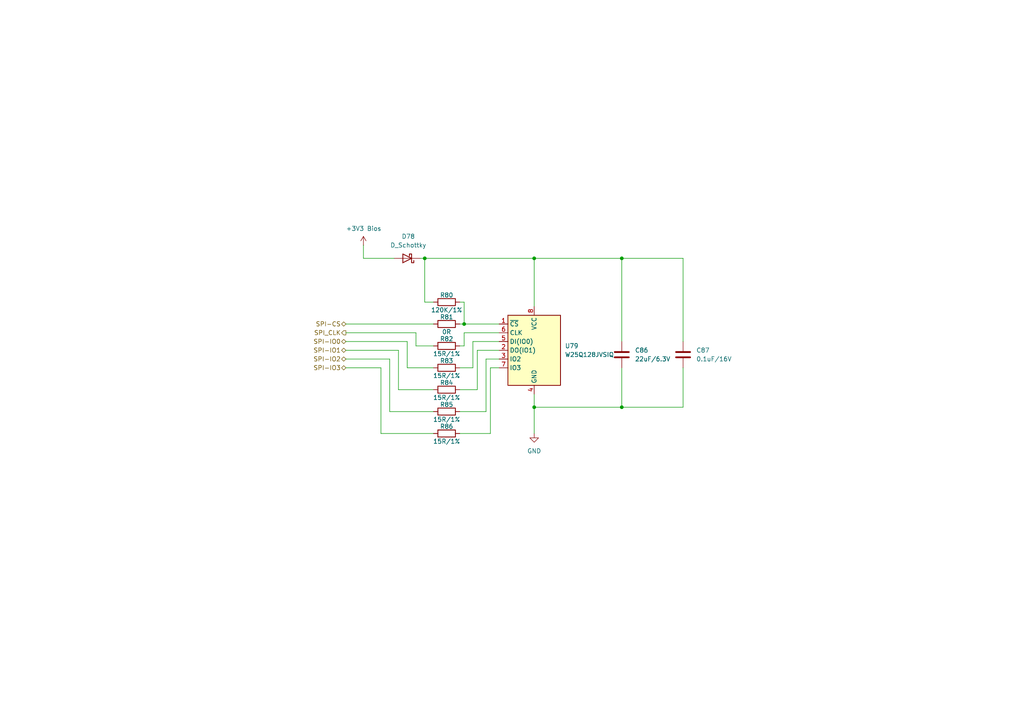
<source format=kicad_sch>
(kicad_sch (version 20231120) (generator "eeschema") (generator_version "8.0")
  (paper "A4")
  (title_block (title "nvme Carrier for LattePanda Mu") (date "2024-07-13") (rev "V1.0"))
  (lib_symbols
    (symbol "Device:C" (pin_numbers hide) (pin_names (offset 0.254))
      (property "Reference" "C" (at 0.635 2.54 0))
      (property "Value" "C" (at 0.635 -2.54 0))
      (symbol "C_0_1"
        (polyline (pts (xy -2.032 -0.762) (xy 2.032 -0.762)) (stroke (width 0.508)))
        (polyline (pts (xy -2.032 0.762) (xy 2.032 0.762)) (stroke (width 0.508)))
      )
      (symbol "C_1_1"
        (pin passive line (at 0 3.81 270) (length 2.794) (name "~") (number "1"))
        (pin passive line (at 0 -3.81 90) (length 2.794) (name "~") (number "2"))
      )
    )
    (symbol "Device:D_Schottky" (pin_numbers hide) (pin_names (offset 1.016) hide)
      (property "Reference" "D" (at 0 2.54 0))
      (property "Value" "D_Schottky" (at 0 -2.54 0))
      (symbol "D_Schottky_0_1"
        (polyline (pts (xy 1.27 0) (xy -1.27 0)))
        (polyline (pts (xy 1.27 1.27) (xy 1.27 -1.27) (xy -1.27 0) (xy 1.27 1.27)) (stroke (width 0.254)))
        (polyline (pts (xy -1.905 0.635) (xy -1.905 1.27) (xy -1.27 1.27) (xy -1.27 -1.27) (xy -0.635 -1.27) (xy -0.635 -0.635)) (stroke (width 0.254)))
      )
      (symbol "D_Schottky_1_1"
        (pin passive line (at -3.81 0 0) (length 2.54) (name "K") (number "1"))
        (pin passive line (at 3.81 0 180) (length 2.54) (name "A") (number "2"))
      )
    )
    (symbol "Device:R" (pin_numbers hide) (pin_names (offset 0))
      (property "Reference" "R" (at 2.032 0 90))
      (property "Value" "R" (at 0 0 90))
      (symbol "R_0_1"
        (rectangle (start -1.016 -2.54) (end 1.016 2.54) (stroke (width 0.254)))
      )
      (symbol "R_1_1"
        (pin passive line (at 0 3.81 270) (length 1.27) (name "~") (number "1"))
        (pin passive line (at 0 -3.81 90) (length 1.27) (name "~") (number "2"))
      )
    )
    (symbol "Memory_Flash:W25Q128JVS"
      (property "Reference" "U" (at -8.89 8.89 0))
      (property "Value" "W25Q128JVS" (at 7.62 8.89 0))
      (symbol "W25Q128JVS_0_1"
        (rectangle (start -7.62 10.16) (end 7.62 -10.16) (stroke (width 0.254)) (fill (type background)))
      )
      (symbol "W25Q128JVS_1_1"
        (pin input line (at -10.16 7.62 0) (length 2.54) (name "~{CS}") (number "1"))
        (pin bidirectional line (at -10.16 0 0) (length 2.54) (name "DO(IO1)") (number "2"))
        (pin bidirectional line (at -10.16 -2.54 0) (length 2.54) (name "IO2") (number "3"))
        (pin power_in line (at 0 -12.7 90) (length 2.54) (name "GND") (number "4"))
        (pin bidirectional line (at -10.16 2.54 0) (length 2.54) (name "DI(IO0)") (number "5"))
        (pin input line (at -10.16 5.08 0) (length 2.54) (name "CLK") (number "6"))
        (pin bidirectional line (at -10.16 -5.08 0) (length 2.54) (name "IO3") (number "7"))
        (pin power_in line (at 0 12.7 270) (length 2.54) (name "VCC") (number "8"))
      )
    )
    (symbol "power:+3V3" (power) (pin_numbers hide) (pin_names (offset 0) hide)
      (property "Value" "+3V3" (at 0 3.556 0))
      (symbol "+3V3_0_1"
        (polyline (pts (xy -0.762 1.27) (xy 0 2.54)))
        (polyline (pts (xy 0 0) (xy 0 2.54)))
        (polyline (pts (xy 0 2.54) (xy 0.762 1.27)))
      )
      (symbol "+3V3_1_1"
        (pin power_in line (at 0 0 90) (length 0) (name "~") (number "1"))
      )
    )
    (symbol "power:GND" (power) (pin_numbers hide) (pin_names (offset 0) hide)
      (property "Value" "GND" (at 0 -3.81 0))
      (symbol "GND_0_1"
        (polyline (pts (xy 0 0) (xy 0 -1.27) (xy 1.27 -1.27) (xy 0 -2.54) (xy -1.27 -1.27) (xy 0 -1.27)))
      )
      (symbol "GND_1_1"
        (pin power_in line (at 0 0 270) (length 0) (name "~") (number "1"))
      )
    )
  )
  (junction (at 180.34 74.93))
  (junction (at 154.94 118.11))
  (junction (at 154.94 74.93))
  (junction (at 180.34 118.11))
  (junction (at 134.62 93.98))
  (junction (at 123.19 74.93))
  (wire (pts (xy 100.33 93.98) (xy 125.73 93.98)))
  (wire (pts (xy 180.34 106.68) (xy 180.34 118.11)))
  (wire (pts (xy 105.41 71.12) (xy 105.41 74.93)))
  (wire (pts (xy 115.57 113.03) (xy 125.73 113.03)))
  (wire (pts (xy 118.11 106.68) (xy 125.73 106.68)))
  (wire (pts (xy 180.34 118.11) (xy 198.12 118.11)))
  (wire (pts (xy 121.92 74.93) (xy 123.19 74.93)))
  (wire (pts (xy 137.16 99.06) (xy 144.78 99.06)))
  (wire (pts (xy 115.57 113.03) (xy 115.57 101.6)))
  (wire (pts (xy 118.11 99.06) (xy 100.33 99.06)))
  (wire (pts (xy 110.49 125.73) (xy 125.73 125.73)))
  (wire (pts (xy 133.35 106.68) (xy 137.16 106.68)))
  (wire (pts (xy 137.16 106.68) (xy 137.16 99.06)))
  (wire (pts (xy 133.35 125.73) (xy 142.24 125.73)))
  (wire (pts (xy 133.35 100.33) (xy 134.62 100.33)))
  (wire (pts (xy 105.41 74.93) (xy 114.3 74.93)))
  (wire (pts (xy 113.03 119.38) (xy 125.73 119.38)))
  (wire (pts (xy 134.62 87.63) (xy 134.62 93.98)))
  (wire (pts (xy 133.35 119.38) (xy 140.97 119.38)))
  (wire (pts (xy 198.12 106.68) (xy 198.12 118.11)))
  (wire (pts (xy 154.94 74.93) (xy 154.94 88.9)))
  (wire (pts (xy 133.35 93.98) (xy 134.62 93.98)))
  (wire (pts (xy 140.97 104.14) (xy 144.78 104.14)))
  (wire (pts (xy 134.62 100.33) (xy 134.62 96.52)))
  (wire (pts (xy 123.19 74.93) (xy 154.94 74.93)))
  (wire (pts (xy 113.03 119.38) (xy 113.03 104.14)))
  (wire (pts (xy 133.35 113.03) (xy 138.43 113.03)))
  (wire (pts (xy 140.97 119.38) (xy 140.97 104.14)))
  (wire (pts (xy 154.94 118.11) (xy 180.34 118.11)))
  (wire (pts (xy 154.94 118.11) (xy 154.94 125.73)))
  (wire (pts (xy 115.57 101.6) (xy 100.33 101.6)))
  (wire (pts (xy 110.49 106.68) (xy 110.49 125.73)))
  (wire (pts (xy 110.49 106.68) (xy 100.33 106.68)))
  (wire (pts (xy 120.65 100.33) (xy 120.65 96.52)))
  (wire (pts (xy 134.62 93.98) (xy 144.78 93.98)))
  (wire (pts (xy 180.34 74.93) (xy 154.94 74.93)))
  (wire (pts (xy 120.65 96.52) (xy 100.33 96.52)))
  (wire (pts (xy 123.19 74.93) (xy 123.19 87.63)))
  (wire (pts (xy 142.24 106.68) (xy 144.78 106.68)))
  (wire (pts (xy 133.35 87.63) (xy 134.62 87.63)))
  (wire (pts (xy 180.34 99.06) (xy 180.34 74.93)))
  (wire (pts (xy 154.94 114.3) (xy 154.94 118.11)))
  (wire (pts (xy 138.43 101.6) (xy 144.78 101.6)))
  (wire (pts (xy 138.43 113.03) (xy 138.43 101.6)))
  (wire (pts (xy 123.19 87.63) (xy 125.73 87.63)))
  (wire (pts (xy 120.65 100.33) (xy 125.73 100.33)))
  (wire (pts (xy 113.03 104.14) (xy 100.33 104.14)))
  (wire (pts (xy 134.62 96.52) (xy 144.78 96.52)))
  (wire (pts (xy 142.24 125.73) (xy 142.24 106.68)))
  (wire (pts (xy 118.11 106.68) (xy 118.11 99.06)))
  (wire (pts (xy 180.34 74.93) (xy 198.12 74.93)))
  (wire (pts (xy 198.12 99.06) (xy 198.12 74.93)))
  (hierarchical_label "SPI-CS" (shape bidirectional) (at 100.33 93.98 180))
  (hierarchical_label "SPI_CLK" (shape output) (at 100.33 96.52 180))
  (hierarchical_label "SPI-IO1" (shape bidirectional) (at 100.33 101.6 180))
  (hierarchical_label "SPI-IO0" (shape bidirectional) (at 100.33 99.06 180))
  (hierarchical_label "SPI-IO3" (shape bidirectional) (at 100.33 106.68 180))
  (hierarchical_label "SPI-IO2" (shape bidirectional) (at 100.33 104.14 180))
  (symbol (lib_id "Device:R") (at 129.54 93.98 90) (unit 1)
    (property "Reference" "R81" (at 129.54 91.948 90))
    (property "Value" "0R" (at 129.54 96.266 90))
    (property "Footprint" "A_HDJ_Library:R_0402_1005Metric" (effects (hide yes)))
    (property "Datasheet" "https://wmsc.lcsc.com/wmsc/upload/file/pdf/v2/lcsc/2304140030_TyoHM-RMC-0402-0R-N_C325377.pdf" (effects (hide yes)))
    (property "Description" "Resistor" (effects (hide yes)))
    (property "Part#" "C325377" (effects (hide yes)))
    (property "MPN" "RMC 0402 0R N" (effects (hide yes)))
    (property "Package" "0402" (effects (hide yes)))
    (property "LCSC Part #" "C325377" (effects (hide yes)))
  )
  (symbol (lib_id "Device:R") (at 129.54 106.68 90) (unit 1)
    (property "Reference" "R83" (at 129.54 104.648 90))
    (property "Value" "15R/1%" (at 129.54 108.966 90))
    (property "Footprint" "A_HDJ_Library:R_0402_1005Metric" (effects (hide yes)))
    (property "Datasheet" "https://wmsc.lcsc.com/wmsc/upload/file/pdf/v2/lcsc/2304140030_YAGEO-RC0402FR-0715RL_C138052.pdf" (effects (hide yes)))
    (property "Description" "Resistor" (effects (hide yes)))
    (property "Part#" "C138052" (effects (hide yes)))
    (property "MPN" "RC0402FR-0715RL" (effects (hide yes)))
    (property "Package" "0402" (effects (hide yes)))
    (property "LCSC Part #" "C138052" (effects (hide yes)))
  )
  (symbol (lib_id "Device:R") (at 129.54 113.03 90) (unit 1)
    (property "Reference" "R84" (at 129.54 110.998 90))
    (property "Value" "15R/1%" (at 129.54 115.316 90))
    (property "Footprint" "A_HDJ_Library:R_0402_1005Metric" (effects (hide yes)))
    (property "Datasheet" "https://wmsc.lcsc.com/wmsc/upload/file/pdf/v2/lcsc/2304140030_YAGEO-RC0402FR-0715RL_C138052.pdf" (effects (hide yes)))
    (property "Description" "Resistor" (effects (hide yes)))
    (property "Part#" "C138052" (effects (hide yes)))
    (property "MPN" "RC0402FR-0715RL" (effects (hide yes)))
    (property "Package" "0402" (effects (hide yes)))
    (property "LCSC Part #" "C138052" (effects (hide yes)))
  )
  (symbol (lib_id "power:+3V3") (at 105.41 71.12 0) (unit 1)
    (property "Reference" "#PWR086" (effects (hide yes)))
    (property "Value" "+3V3 Bios" (at 100.33 66.294 0) (effects (justify left)))
  )
  (symbol (lib_id "power:GND") (at 154.94 125.73 0) (unit 1)
    (property "Reference" "#PWR093" (effects (hide yes)))
    (property "Value" "GND" (at 154.94 130.81 0))
    (property "Description" "Power symbol creates a global label with name \"GND\" , ground" (effects (hide yes)))
  )
  (symbol (lib_id "Device:R") (at 129.54 100.33 90) (unit 1)
    (property "Reference" "R82" (at 129.54 98.298 90))
    (property "Value" "15R/1%" (at 129.54 102.616 90))
    (property "Footprint" "A_HDJ_Library:R_0402_1005Metric" (effects (hide yes)))
    (property "Datasheet" "https://wmsc.lcsc.com/wmsc/upload/file/pdf/v2/lcsc/2304140030_YAGEO-RC0402FR-0715RL_C138052.pdf" (effects (hide yes)))
    (property "Description" "Resistor" (effects (hide yes)))
    (property "Part#" "C138052" (effects (hide yes)))
    (property "MPN" "RC0402FR-0715RL" (effects (hide yes)))
    (property "Package" "0402" (effects (hide yes)))
    (property "LCSC Part #" "C138052" (effects (hide yes)))
  )
  (symbol (lib_id "Device:R") (at 129.54 119.38 90) (unit 1)
    (property "Reference" "R85" (at 129.54 117.348 90))
    (property "Value" "15R/1%" (at 129.54 121.666 90))
    (property "Footprint" "A_HDJ_Library:R_0402_1005Metric" (effects (hide yes)))
    (property "Datasheet" "https://wmsc.lcsc.com/wmsc/upload/file/pdf/v2/lcsc/2304140030_YAGEO-RC0402FR-0715RL_C138052.pdf" (effects (hide yes)))
    (property "Description" "Resistor" (effects (hide yes)))
    (property "Part#" "C138052" (effects (hide yes)))
    (property "MPN" "RC0402FR-0715RL" (effects (hide yes)))
    (property "Package" "0402" (effects (hide yes)))
    (property "LCSC Part #" "C138052" (effects (hide yes)))
  )
  (symbol (lib_id "Device:D_Schottky") (at 118.11 74.93 180) (unit 1)
    (property "Reference" "D78" (at 118.4275 68.58 0))
    (property "Value" "D_Schottky" (at 118.4275 71.12 0))
    (property "Footprint" "Diode_SMD:D_SOD-923" (effects (hide yes)))
    (property "Datasheet" "https://wmsc.lcsc.com/wmsc/upload/file/pdf/v2/lcsc/2004100909_WILLSEMI-Will-Semicon-RB521C30-2-TR_C239637.pdf" (effects (hide yes)))
    (property "Description" "Schottky diode" (effects (hide yes)))
    (property "Part#" "C239637" (effects (hide yes)))
    (property "MPN" "RB521C30-2/TR" (effects (hide yes)))
    (property "Package" "SOD-923" (effects (hide yes)))
    (property "LCSC Part #" "C239637" (effects (hide yes)))
  )
  (symbol (lib_id "Memory_Flash:W25Q128JVS") (at 154.94 101.6 0) (unit 1)
    (property "Reference" "U79" (at 163.83 100.3299 0) (effects (justify left)))
    (property "Value" "W25Q128JVSIQ" (at 163.83 102.8699 0) (effects (justify left)))
    (property "Footprint" "Package_SO:SOIC-8_5.23x5.23mm_P1.27mm" (effects (hide yes)))
    (property "Datasheet" "https://wmsc.lcsc.com/wmsc/upload/file/pdf/v2/lcsc/1811142111_Winbond-Elec-W25Q128JVSIQ_C97521.pdf" (effects (hide yes)))
    (property "Description" "128Mb Serial Flash Memory, Standard/Dual/Quad SPI, SOIC-8" (effects (hide yes)))
    (property "Part#" "C97521" (effects (hide yes)))
    (property "MPN" "W25Q128JVSIQ" (effects (hide yes)))
    (property "Package" "SOIC-8-208mil" (effects (hide yes)))
    (property "LCSC Part #" "C97521" (effects (hide yes)))
  )
  (symbol (lib_id "Device:C") (at 198.12 102.87 0) (unit 1)
    (property "Reference" "C87" (at 201.93 101.5999 0) (effects (justify left)))
    (property "Value" "0.1uF/16V" (at 201.93 104.1399 0) (effects (justify left)))
    (property "Footprint" "A_HDJ_Library:C_0402_1005Metric" (effects (hide yes)))
    (property "Datasheet" "https://wmsc.lcsc.com/wmsc/upload/file/pdf/v2/lcsc/1811011928_Walsin-Tech-Corp-0402B104K160CT_C83056.pdf" (effects (hide yes)))
    (property "Description" "Unpolarized capacitor" (effects (hide yes)))
    (property "Part#" "C83056" (effects (hide yes)))
    (property "MPN" "0402B104K160CT" (effects (hide yes)))
    (property "Package" "0402" (effects (hide yes)))
    (property "LCSC Part #" "C83056" (effects (hide yes)))
  )
  (symbol (lib_id "Device:C") (at 180.34 102.87 0) (unit 1)
    (property "Reference" "C86" (at 184.15 101.5999 0) (effects (justify left)))
    (property "Value" "22uF/6.3V" (at 184.15 104.1399 0) (effects (justify left)))
    (property "Footprint" "A_HDJ_Library:C_0402_1005Metric" (effects (hide yes)))
    (property "Datasheet" "https://wmsc.lcsc.com/wmsc/upload/file/pdf/v2/lcsc/2309061403_Samsung-Electro-Mechanics-CL05A226MQ5QUNC_C105226.pdf" (effects (hide yes)))
    (property "Description" "Unpolarized capacitor" (effects (hide yes)))
    (property "Part#" "C105226" (effects (hide yes)))
    (property "MPN" "CL05A226MQ5QUNC" (effects (hide yes)))
    (property "Package" "0402" (effects (hide yes)))
    (property "LCSC Part #" "C105226" (effects (hide yes)))
  )
  (symbol (lib_id "Device:R") (at 129.54 87.63 90) (unit 1)
    (property "Reference" "R80" (at 129.54 85.598 90))
    (property "Value" "120K/1%" (at 129.54 89.916 90))
    (property "Footprint" "A_HDJ_Library:R_0402_1005Metric" (effects (hide yes)))
    (property "Datasheet" "https://wmsc.lcsc.com/wmsc/upload/file/pdf/v2/lcsc/2304140030_YAGEO-RC0402FR-07120KL_C93945.pdf" (effects (hide yes)))
    (property "Description" "Resistor" (effects (hide yes)))
    (property "Part#" "C93945" (effects (hide yes)))
    (property "MPN" "RC0402FR-07120KL" (effects (hide yes)))
    (property "Package" "0402" (effects (hide yes)))
    (property "LCSC Part #" "C93945" (effects (hide yes)))
  )
  (symbol (lib_id "Device:R") (at 129.54 125.73 90) (unit 1)
    (property "Reference" "R86" (at 129.54 123.698 90))
    (property "Value" "15R/1%" (at 129.54 128.016 90))
    (property "Footprint" "A_HDJ_Library:R_0402_1005Metric" (effects (hide yes)))
    (property "Datasheet" "https://wmsc.lcsc.com/wmsc/upload/file/pdf/v2/lcsc/2304140030_YAGEO-RC0402FR-0715RL_C138052.pdf" (effects (hide yes)))
    (property "Description" "Resistor" (effects (hide yes)))
    (property "Part#" "C138052" (effects (hide yes)))
    (property "MPN" "RC0402FR-0715RL" (effects (hide yes)))
    (property "Package" "0402" (effects (hide yes)))
    (property "LCSC Part #" "C138052" (effects (hide yes)))
  )
)
</source>
